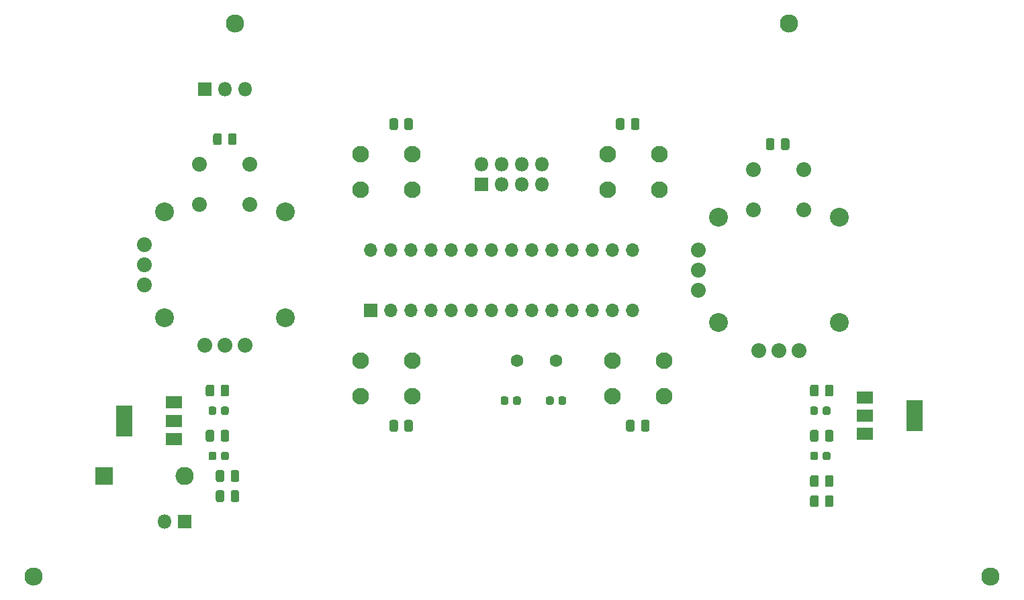
<source format=gts>
%TF.GenerationSoftware,KiCad,Pcbnew,(5.1.6)-1*%
%TF.CreationDate,2021-01-04T14:37:21+05:30*%
%TF.ProjectId,JoyStick2,4a6f7953-7469-4636-9b32-2e6b69636164,rev?*%
%TF.SameCoordinates,Original*%
%TF.FileFunction,Soldermask,Top*%
%TF.FilePolarity,Negative*%
%FSLAX46Y46*%
G04 Gerber Fmt 4.6, Leading zero omitted, Abs format (unit mm)*
G04 Created by KiCad (PCBNEW (5.1.6)-1) date 2021-01-04 14:37:21*
%MOMM*%
%LPD*%
G01*
G04 APERTURE LIST*
%ADD10R,1.800000X1.800000*%
%ADD11O,1.800000X1.800000*%
%ADD12R,1.700000X1.700000*%
%ADD13O,1.700000X1.700000*%
%ADD14C,1.600000*%
%ADD15C,1.878000*%
%ADD16C,2.386000*%
%ADD17R,2.300000X2.300000*%
%ADD18O,2.300000X2.300000*%
%ADD19R,2.100000X1.600000*%
%ADD20R,2.100000X3.900000*%
%ADD21C,2.100000*%
%ADD22C,2.300000*%
G04 APERTURE END LIST*
D10*
%TO.C,J3*%
X115570000Y-80645000D03*
D11*
X115570000Y-78105000D03*
X118110000Y-80645000D03*
X118110000Y-78105000D03*
X120650000Y-80645000D03*
X120650000Y-78105000D03*
X123190000Y-80645000D03*
X123190000Y-78105000D03*
%TD*%
D12*
%TO.C,U1*%
X101600000Y-96520000D03*
D13*
X134620000Y-88900000D03*
X104140000Y-96520000D03*
X132080000Y-88900000D03*
X106680000Y-96520000D03*
X129540000Y-88900000D03*
X109220000Y-96520000D03*
X127000000Y-88900000D03*
X111760000Y-96520000D03*
X124460000Y-88900000D03*
X114300000Y-96520000D03*
X121920000Y-88900000D03*
X116840000Y-96520000D03*
X119380000Y-88900000D03*
X119380000Y-96520000D03*
X116840000Y-88900000D03*
X121920000Y-96520000D03*
X114300000Y-88900000D03*
X124460000Y-96520000D03*
X111760000Y-88900000D03*
X127000000Y-96520000D03*
X109220000Y-88900000D03*
X129540000Y-96520000D03*
X106680000Y-88900000D03*
X132080000Y-96520000D03*
X104140000Y-88900000D03*
X134620000Y-96520000D03*
X101600000Y-88900000D03*
%TD*%
%TO.C,C4*%
G36*
G01*
X118927500Y-107668750D02*
X118927500Y-108231250D01*
G75*
G02*
X118683750Y-108475000I-243750J0D01*
G01*
X118196250Y-108475000D01*
G75*
G02*
X117952500Y-108231250I0J243750D01*
G01*
X117952500Y-107668750D01*
G75*
G02*
X118196250Y-107425000I243750J0D01*
G01*
X118683750Y-107425000D01*
G75*
G02*
X118927500Y-107668750I0J-243750D01*
G01*
G37*
G36*
G01*
X120502500Y-107668750D02*
X120502500Y-108231250D01*
G75*
G02*
X120258750Y-108475000I-243750J0D01*
G01*
X119771250Y-108475000D01*
G75*
G02*
X119527500Y-108231250I0J243750D01*
G01*
X119527500Y-107668750D01*
G75*
G02*
X119771250Y-107425000I243750J0D01*
G01*
X120258750Y-107425000D01*
G75*
G02*
X120502500Y-107668750I0J-243750D01*
G01*
G37*
%TD*%
%TO.C,C5*%
G36*
G01*
X126217500Y-107668750D02*
X126217500Y-108231250D01*
G75*
G02*
X125973750Y-108475000I-243750J0D01*
G01*
X125486250Y-108475000D01*
G75*
G02*
X125242500Y-108231250I0J243750D01*
G01*
X125242500Y-107668750D01*
G75*
G02*
X125486250Y-107425000I243750J0D01*
G01*
X125973750Y-107425000D01*
G75*
G02*
X126217500Y-107668750I0J-243750D01*
G01*
G37*
G36*
G01*
X124642500Y-107668750D02*
X124642500Y-108231250D01*
G75*
G02*
X124398750Y-108475000I-243750J0D01*
G01*
X123911250Y-108475000D01*
G75*
G02*
X123667500Y-108231250I0J243750D01*
G01*
X123667500Y-107668750D01*
G75*
G02*
X123911250Y-107425000I243750J0D01*
G01*
X124398750Y-107425000D01*
G75*
G02*
X124642500Y-107668750I0J-243750D01*
G01*
G37*
%TD*%
D14*
%TO.C,Y1*%
X120015000Y-102870000D03*
X124895000Y-102870000D03*
%TD*%
D15*
%TO.C,U2*%
X73025000Y-93345000D03*
X73025000Y-90805000D03*
X73025000Y-88265000D03*
D16*
X90805000Y-84137500D03*
X90805000Y-97472500D03*
X75565000Y-97472500D03*
X75565000Y-84137500D03*
D15*
X85725000Y-100965000D03*
X83185000Y-100965000D03*
X80645000Y-100965000D03*
X86360000Y-83185000D03*
X80010000Y-83185000D03*
X86360000Y-78105000D03*
X80010000Y-78105000D03*
%TD*%
%TO.C,U3*%
X149860000Y-78740000D03*
X156210000Y-78740000D03*
X149860000Y-83820000D03*
X156210000Y-83820000D03*
X150495000Y-101600000D03*
X153035000Y-101600000D03*
X155575000Y-101600000D03*
D16*
X145415000Y-84772500D03*
X145415000Y-98107500D03*
X160655000Y-98107500D03*
X160655000Y-84772500D03*
D15*
X142875000Y-88900000D03*
X142875000Y-91440000D03*
X142875000Y-93980000D03*
%TD*%
%TO.C,C6*%
G36*
G01*
X80772500Y-107161250D02*
X80772500Y-106198750D01*
G75*
G02*
X81041250Y-105930000I268750J0D01*
G01*
X81578750Y-105930000D01*
G75*
G02*
X81847500Y-106198750I0J-268750D01*
G01*
X81847500Y-107161250D01*
G75*
G02*
X81578750Y-107430000I-268750J0D01*
G01*
X81041250Y-107430000D01*
G75*
G02*
X80772500Y-107161250I0J268750D01*
G01*
G37*
G36*
G01*
X82647500Y-107161250D02*
X82647500Y-106198750D01*
G75*
G02*
X82916250Y-105930000I268750J0D01*
G01*
X83453750Y-105930000D01*
G75*
G02*
X83722500Y-106198750I0J-268750D01*
G01*
X83722500Y-107161250D01*
G75*
G02*
X83453750Y-107430000I-268750J0D01*
G01*
X82916250Y-107430000D01*
G75*
G02*
X82647500Y-107161250I0J268750D01*
G01*
G37*
%TD*%
%TO.C,C7*%
G36*
G01*
X158047500Y-106198750D02*
X158047500Y-107161250D01*
G75*
G02*
X157778750Y-107430000I-268750J0D01*
G01*
X157241250Y-107430000D01*
G75*
G02*
X156972500Y-107161250I0J268750D01*
G01*
X156972500Y-106198750D01*
G75*
G02*
X157241250Y-105930000I268750J0D01*
G01*
X157778750Y-105930000D01*
G75*
G02*
X158047500Y-106198750I0J-268750D01*
G01*
G37*
G36*
G01*
X159922500Y-106198750D02*
X159922500Y-107161250D01*
G75*
G02*
X159653750Y-107430000I-268750J0D01*
G01*
X159116250Y-107430000D01*
G75*
G02*
X158847500Y-107161250I0J268750D01*
G01*
X158847500Y-106198750D01*
G75*
G02*
X159116250Y-105930000I268750J0D01*
G01*
X159653750Y-105930000D01*
G75*
G02*
X159922500Y-106198750I0J-268750D01*
G01*
G37*
%TD*%
%TO.C,C8*%
G36*
G01*
X82697500Y-109501250D02*
X82697500Y-108938750D01*
G75*
G02*
X82941250Y-108695000I243750J0D01*
G01*
X83428750Y-108695000D01*
G75*
G02*
X83672500Y-108938750I0J-243750D01*
G01*
X83672500Y-109501250D01*
G75*
G02*
X83428750Y-109745000I-243750J0D01*
G01*
X82941250Y-109745000D01*
G75*
G02*
X82697500Y-109501250I0J243750D01*
G01*
G37*
G36*
G01*
X81122500Y-109501250D02*
X81122500Y-108938750D01*
G75*
G02*
X81366250Y-108695000I243750J0D01*
G01*
X81853750Y-108695000D01*
G75*
G02*
X82097500Y-108938750I0J-243750D01*
G01*
X82097500Y-109501250D01*
G75*
G02*
X81853750Y-109745000I-243750J0D01*
G01*
X81366250Y-109745000D01*
G75*
G02*
X81122500Y-109501250I0J243750D01*
G01*
G37*
%TD*%
%TO.C,C9*%
G36*
G01*
X157967500Y-108938750D02*
X157967500Y-109501250D01*
G75*
G02*
X157723750Y-109745000I-243750J0D01*
G01*
X157236250Y-109745000D01*
G75*
G02*
X156992500Y-109501250I0J243750D01*
G01*
X156992500Y-108938750D01*
G75*
G02*
X157236250Y-108695000I243750J0D01*
G01*
X157723750Y-108695000D01*
G75*
G02*
X157967500Y-108938750I0J-243750D01*
G01*
G37*
G36*
G01*
X159542500Y-108938750D02*
X159542500Y-109501250D01*
G75*
G02*
X159298750Y-109745000I-243750J0D01*
G01*
X158811250Y-109745000D01*
G75*
G02*
X158567500Y-109501250I0J243750D01*
G01*
X158567500Y-108938750D01*
G75*
G02*
X158811250Y-108695000I243750J0D01*
G01*
X159298750Y-108695000D01*
G75*
G02*
X159542500Y-108938750I0J-243750D01*
G01*
G37*
%TD*%
%TO.C,C10*%
G36*
G01*
X82647500Y-112876250D02*
X82647500Y-111913750D01*
G75*
G02*
X82916250Y-111645000I268750J0D01*
G01*
X83453750Y-111645000D01*
G75*
G02*
X83722500Y-111913750I0J-268750D01*
G01*
X83722500Y-112876250D01*
G75*
G02*
X83453750Y-113145000I-268750J0D01*
G01*
X82916250Y-113145000D01*
G75*
G02*
X82647500Y-112876250I0J268750D01*
G01*
G37*
G36*
G01*
X80772500Y-112876250D02*
X80772500Y-111913750D01*
G75*
G02*
X81041250Y-111645000I268750J0D01*
G01*
X81578750Y-111645000D01*
G75*
G02*
X81847500Y-111913750I0J-268750D01*
G01*
X81847500Y-112876250D01*
G75*
G02*
X81578750Y-113145000I-268750J0D01*
G01*
X81041250Y-113145000D01*
G75*
G02*
X80772500Y-112876250I0J268750D01*
G01*
G37*
%TD*%
%TO.C,C11*%
G36*
G01*
X159922500Y-111913750D02*
X159922500Y-112876250D01*
G75*
G02*
X159653750Y-113145000I-268750J0D01*
G01*
X159116250Y-113145000D01*
G75*
G02*
X158847500Y-112876250I0J268750D01*
G01*
X158847500Y-111913750D01*
G75*
G02*
X159116250Y-111645000I268750J0D01*
G01*
X159653750Y-111645000D01*
G75*
G02*
X159922500Y-111913750I0J-268750D01*
G01*
G37*
G36*
G01*
X158047500Y-111913750D02*
X158047500Y-112876250D01*
G75*
G02*
X157778750Y-113145000I-268750J0D01*
G01*
X157241250Y-113145000D01*
G75*
G02*
X156972500Y-112876250I0J268750D01*
G01*
X156972500Y-111913750D01*
G75*
G02*
X157241250Y-111645000I268750J0D01*
G01*
X157778750Y-111645000D01*
G75*
G02*
X158047500Y-111913750I0J-268750D01*
G01*
G37*
%TD*%
%TO.C,C12*%
G36*
G01*
X81122500Y-115216250D02*
X81122500Y-114653750D01*
G75*
G02*
X81366250Y-114410000I243750J0D01*
G01*
X81853750Y-114410000D01*
G75*
G02*
X82097500Y-114653750I0J-243750D01*
G01*
X82097500Y-115216250D01*
G75*
G02*
X81853750Y-115460000I-243750J0D01*
G01*
X81366250Y-115460000D01*
G75*
G02*
X81122500Y-115216250I0J243750D01*
G01*
G37*
G36*
G01*
X82697500Y-115216250D02*
X82697500Y-114653750D01*
G75*
G02*
X82941250Y-114410000I243750J0D01*
G01*
X83428750Y-114410000D01*
G75*
G02*
X83672500Y-114653750I0J-243750D01*
G01*
X83672500Y-115216250D01*
G75*
G02*
X83428750Y-115460000I-243750J0D01*
G01*
X82941250Y-115460000D01*
G75*
G02*
X82697500Y-115216250I0J243750D01*
G01*
G37*
%TD*%
%TO.C,C13*%
G36*
G01*
X159542500Y-114653750D02*
X159542500Y-115216250D01*
G75*
G02*
X159298750Y-115460000I-243750J0D01*
G01*
X158811250Y-115460000D01*
G75*
G02*
X158567500Y-115216250I0J243750D01*
G01*
X158567500Y-114653750D01*
G75*
G02*
X158811250Y-114410000I243750J0D01*
G01*
X159298750Y-114410000D01*
G75*
G02*
X159542500Y-114653750I0J-243750D01*
G01*
G37*
G36*
G01*
X157967500Y-114653750D02*
X157967500Y-115216250D01*
G75*
G02*
X157723750Y-115460000I-243750J0D01*
G01*
X157236250Y-115460000D01*
G75*
G02*
X156992500Y-115216250I0J243750D01*
G01*
X156992500Y-114653750D01*
G75*
G02*
X157236250Y-114410000I243750J0D01*
G01*
X157723750Y-114410000D01*
G75*
G02*
X157967500Y-114653750I0J-243750D01*
G01*
G37*
%TD*%
D17*
%TO.C,D1*%
X67945000Y-117475000D03*
D18*
X78105000Y-117475000D03*
%TD*%
D10*
%TO.C,J1*%
X78105000Y-123190000D03*
D11*
X75565000Y-123190000D03*
%TD*%
D19*
%TO.C,U4*%
X76785000Y-112790000D03*
X76785000Y-108190000D03*
X76785000Y-110490000D03*
D20*
X70485000Y-110490000D03*
%TD*%
%TO.C,U5*%
X170180000Y-109855000D03*
D19*
X163880000Y-109855000D03*
X163880000Y-112155000D03*
X163880000Y-107555000D03*
%TD*%
%TO.C,R2*%
G36*
G01*
X151407500Y-76046250D02*
X151407500Y-75083750D01*
G75*
G02*
X151676250Y-74815000I268750J0D01*
G01*
X152213750Y-74815000D01*
G75*
G02*
X152482500Y-75083750I0J-268750D01*
G01*
X152482500Y-76046250D01*
G75*
G02*
X152213750Y-76315000I-268750J0D01*
G01*
X151676250Y-76315000D01*
G75*
G02*
X151407500Y-76046250I0J268750D01*
G01*
G37*
G36*
G01*
X153282500Y-76046250D02*
X153282500Y-75083750D01*
G75*
G02*
X153551250Y-74815000I268750J0D01*
G01*
X154088750Y-74815000D01*
G75*
G02*
X154357500Y-75083750I0J-268750D01*
G01*
X154357500Y-76046250D01*
G75*
G02*
X154088750Y-76315000I-268750J0D01*
G01*
X153551250Y-76315000D01*
G75*
G02*
X153282500Y-76046250I0J268750D01*
G01*
G37*
%TD*%
%TO.C,R3*%
G36*
G01*
X83585000Y-75411250D02*
X83585000Y-74448750D01*
G75*
G02*
X83853750Y-74180000I268750J0D01*
G01*
X84391250Y-74180000D01*
G75*
G02*
X84660000Y-74448750I0J-268750D01*
G01*
X84660000Y-75411250D01*
G75*
G02*
X84391250Y-75680000I-268750J0D01*
G01*
X83853750Y-75680000D01*
G75*
G02*
X83585000Y-75411250I0J268750D01*
G01*
G37*
G36*
G01*
X81710000Y-75411250D02*
X81710000Y-74448750D01*
G75*
G02*
X81978750Y-74180000I268750J0D01*
G01*
X82516250Y-74180000D01*
G75*
G02*
X82785000Y-74448750I0J-268750D01*
G01*
X82785000Y-75411250D01*
G75*
G02*
X82516250Y-75680000I-268750J0D01*
G01*
X81978750Y-75680000D01*
G75*
G02*
X81710000Y-75411250I0J268750D01*
G01*
G37*
%TD*%
%TO.C,R4*%
G36*
G01*
X105810000Y-73506250D02*
X105810000Y-72543750D01*
G75*
G02*
X106078750Y-72275000I268750J0D01*
G01*
X106616250Y-72275000D01*
G75*
G02*
X106885000Y-72543750I0J-268750D01*
G01*
X106885000Y-73506250D01*
G75*
G02*
X106616250Y-73775000I-268750J0D01*
G01*
X106078750Y-73775000D01*
G75*
G02*
X105810000Y-73506250I0J268750D01*
G01*
G37*
G36*
G01*
X103935000Y-73506250D02*
X103935000Y-72543750D01*
G75*
G02*
X104203750Y-72275000I268750J0D01*
G01*
X104741250Y-72275000D01*
G75*
G02*
X105010000Y-72543750I0J-268750D01*
G01*
X105010000Y-73506250D01*
G75*
G02*
X104741250Y-73775000I-268750J0D01*
G01*
X104203750Y-73775000D01*
G75*
G02*
X103935000Y-73506250I0J268750D01*
G01*
G37*
%TD*%
%TO.C,R5*%
G36*
G01*
X132510000Y-73506250D02*
X132510000Y-72543750D01*
G75*
G02*
X132778750Y-72275000I268750J0D01*
G01*
X133316250Y-72275000D01*
G75*
G02*
X133585000Y-72543750I0J-268750D01*
G01*
X133585000Y-73506250D01*
G75*
G02*
X133316250Y-73775000I-268750J0D01*
G01*
X132778750Y-73775000D01*
G75*
G02*
X132510000Y-73506250I0J268750D01*
G01*
G37*
G36*
G01*
X134385000Y-73506250D02*
X134385000Y-72543750D01*
G75*
G02*
X134653750Y-72275000I268750J0D01*
G01*
X135191250Y-72275000D01*
G75*
G02*
X135460000Y-72543750I0J-268750D01*
G01*
X135460000Y-73506250D01*
G75*
G02*
X135191250Y-73775000I-268750J0D01*
G01*
X134653750Y-73775000D01*
G75*
G02*
X134385000Y-73506250I0J268750D01*
G01*
G37*
%TD*%
%TO.C,R6*%
G36*
G01*
X103935000Y-111606250D02*
X103935000Y-110643750D01*
G75*
G02*
X104203750Y-110375000I268750J0D01*
G01*
X104741250Y-110375000D01*
G75*
G02*
X105010000Y-110643750I0J-268750D01*
G01*
X105010000Y-111606250D01*
G75*
G02*
X104741250Y-111875000I-268750J0D01*
G01*
X104203750Y-111875000D01*
G75*
G02*
X103935000Y-111606250I0J268750D01*
G01*
G37*
G36*
G01*
X105810000Y-111606250D02*
X105810000Y-110643750D01*
G75*
G02*
X106078750Y-110375000I268750J0D01*
G01*
X106616250Y-110375000D01*
G75*
G02*
X106885000Y-110643750I0J-268750D01*
G01*
X106885000Y-111606250D01*
G75*
G02*
X106616250Y-111875000I-268750J0D01*
G01*
X106078750Y-111875000D01*
G75*
G02*
X105810000Y-111606250I0J268750D01*
G01*
G37*
%TD*%
%TO.C,R7*%
G36*
G01*
X135655000Y-111606250D02*
X135655000Y-110643750D01*
G75*
G02*
X135923750Y-110375000I268750J0D01*
G01*
X136461250Y-110375000D01*
G75*
G02*
X136730000Y-110643750I0J-268750D01*
G01*
X136730000Y-111606250D01*
G75*
G02*
X136461250Y-111875000I-268750J0D01*
G01*
X135923750Y-111875000D01*
G75*
G02*
X135655000Y-111606250I0J268750D01*
G01*
G37*
G36*
G01*
X133780000Y-111606250D02*
X133780000Y-110643750D01*
G75*
G02*
X134048750Y-110375000I268750J0D01*
G01*
X134586250Y-110375000D01*
G75*
G02*
X134855000Y-110643750I0J-268750D01*
G01*
X134855000Y-111606250D01*
G75*
G02*
X134586250Y-111875000I-268750J0D01*
G01*
X134048750Y-111875000D01*
G75*
G02*
X133780000Y-111606250I0J268750D01*
G01*
G37*
%TD*%
D21*
%TO.C,SW1*%
X100330000Y-81335000D03*
X100330000Y-76835000D03*
X106830000Y-81335000D03*
X106830000Y-76835000D03*
%TD*%
%TO.C,SW2*%
X106830000Y-102870000D03*
X106830000Y-107370000D03*
X100330000Y-102870000D03*
X100330000Y-107370000D03*
%TD*%
%TO.C,SW3*%
X131445000Y-81335000D03*
X131445000Y-76835000D03*
X137945000Y-81335000D03*
X137945000Y-76835000D03*
%TD*%
%TO.C,SW4*%
X138580000Y-102870000D03*
X138580000Y-107370000D03*
X132080000Y-102870000D03*
X132080000Y-107370000D03*
%TD*%
D10*
%TO.C,J2*%
X80645000Y-68580000D03*
D11*
X83185000Y-68580000D03*
X85725000Y-68580000D03*
%TD*%
D22*
%TO.C,H1*%
X84455000Y-60325000D03*
%TD*%
%TO.C,H2*%
X59055000Y-130175000D03*
%TD*%
%TO.C,H3*%
X154305000Y-60325000D03*
%TD*%
%TO.C,H4*%
X179705000Y-130175000D03*
%TD*%
%TO.C,D2*%
G36*
G01*
X82042500Y-120496250D02*
X82042500Y-119533750D01*
G75*
G02*
X82311250Y-119265000I268750J0D01*
G01*
X82848750Y-119265000D01*
G75*
G02*
X83117500Y-119533750I0J-268750D01*
G01*
X83117500Y-120496250D01*
G75*
G02*
X82848750Y-120765000I-268750J0D01*
G01*
X82311250Y-120765000D01*
G75*
G02*
X82042500Y-120496250I0J268750D01*
G01*
G37*
G36*
G01*
X83917500Y-120496250D02*
X83917500Y-119533750D01*
G75*
G02*
X84186250Y-119265000I268750J0D01*
G01*
X84723750Y-119265000D01*
G75*
G02*
X84992500Y-119533750I0J-268750D01*
G01*
X84992500Y-120496250D01*
G75*
G02*
X84723750Y-120765000I-268750J0D01*
G01*
X84186250Y-120765000D01*
G75*
G02*
X83917500Y-120496250I0J268750D01*
G01*
G37*
%TD*%
%TO.C,D3*%
G36*
G01*
X158847500Y-118591250D02*
X158847500Y-117628750D01*
G75*
G02*
X159116250Y-117360000I268750J0D01*
G01*
X159653750Y-117360000D01*
G75*
G02*
X159922500Y-117628750I0J-268750D01*
G01*
X159922500Y-118591250D01*
G75*
G02*
X159653750Y-118860000I-268750J0D01*
G01*
X159116250Y-118860000D01*
G75*
G02*
X158847500Y-118591250I0J268750D01*
G01*
G37*
G36*
G01*
X156972500Y-118591250D02*
X156972500Y-117628750D01*
G75*
G02*
X157241250Y-117360000I268750J0D01*
G01*
X157778750Y-117360000D01*
G75*
G02*
X158047500Y-117628750I0J-268750D01*
G01*
X158047500Y-118591250D01*
G75*
G02*
X157778750Y-118860000I-268750J0D01*
G01*
X157241250Y-118860000D01*
G75*
G02*
X156972500Y-118591250I0J268750D01*
G01*
G37*
%TD*%
%TO.C,R8*%
G36*
G01*
X83917500Y-117956250D02*
X83917500Y-116993750D01*
G75*
G02*
X84186250Y-116725000I268750J0D01*
G01*
X84723750Y-116725000D01*
G75*
G02*
X84992500Y-116993750I0J-268750D01*
G01*
X84992500Y-117956250D01*
G75*
G02*
X84723750Y-118225000I-268750J0D01*
G01*
X84186250Y-118225000D01*
G75*
G02*
X83917500Y-117956250I0J268750D01*
G01*
G37*
G36*
G01*
X82042500Y-117956250D02*
X82042500Y-116993750D01*
G75*
G02*
X82311250Y-116725000I268750J0D01*
G01*
X82848750Y-116725000D01*
G75*
G02*
X83117500Y-116993750I0J-268750D01*
G01*
X83117500Y-117956250D01*
G75*
G02*
X82848750Y-118225000I-268750J0D01*
G01*
X82311250Y-118225000D01*
G75*
G02*
X82042500Y-117956250I0J268750D01*
G01*
G37*
%TD*%
%TO.C,R9*%
G36*
G01*
X156972500Y-121131250D02*
X156972500Y-120168750D01*
G75*
G02*
X157241250Y-119900000I268750J0D01*
G01*
X157778750Y-119900000D01*
G75*
G02*
X158047500Y-120168750I0J-268750D01*
G01*
X158047500Y-121131250D01*
G75*
G02*
X157778750Y-121400000I-268750J0D01*
G01*
X157241250Y-121400000D01*
G75*
G02*
X156972500Y-121131250I0J268750D01*
G01*
G37*
G36*
G01*
X158847500Y-121131250D02*
X158847500Y-120168750D01*
G75*
G02*
X159116250Y-119900000I268750J0D01*
G01*
X159653750Y-119900000D01*
G75*
G02*
X159922500Y-120168750I0J-268750D01*
G01*
X159922500Y-121131250D01*
G75*
G02*
X159653750Y-121400000I-268750J0D01*
G01*
X159116250Y-121400000D01*
G75*
G02*
X158847500Y-121131250I0J268750D01*
G01*
G37*
%TD*%
M02*

</source>
